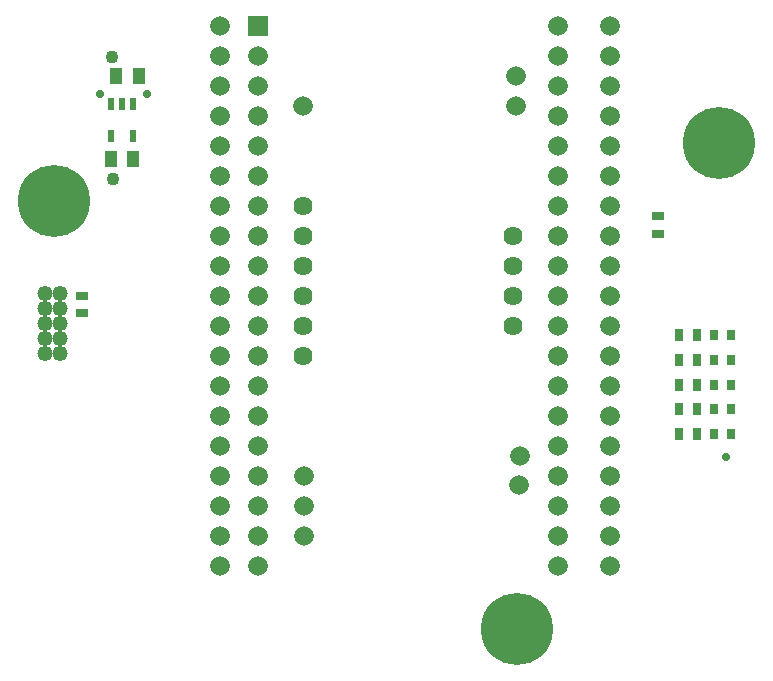
<source format=gts>
G04*
G04 #@! TF.GenerationSoftware,Altium Limited,Altium Designer,21.2.0 (30)*
G04*
G04 Layer_Color=8388736*
%FSLAX44Y44*%
%MOMM*%
G71*
G04*
G04 #@! TF.SameCoordinates,FC8C7DE9-18AC-4A15-B1D3-151ED5954E14*
G04*
G04*
G04 #@! TF.FilePolarity,Negative*
G04*
G01*
G75*
%ADD17R,0.5080X0.9977*%
%ADD19C,0.0000*%
%ADD20R,1.0000X0.7000*%
%ADD21R,0.7000X0.9000*%
%ADD22R,0.7000X1.0000*%
%ADD23R,1.0000X1.4000*%
%ADD24C,1.6600*%
%ADD25C,1.6240*%
%ADD26R,1.6600X1.6600*%
%ADD27C,1.2430*%
%ADD28C,6.1000*%
%ADD29C,1.1000*%
%ADD30C,0.7000*%
D17*
X741680Y1135725D02*
D03*
X722680D02*
D03*
Y1163229D02*
D03*
X732180D02*
D03*
X741680D02*
D03*
D19*
X673270Y951850D02*
G03*
X673270Y951850I-6220J0D01*
G01*
X685971D02*
G03*
X685971Y951850I-6220J0D01*
G01*
X673270Y964550D02*
G03*
X673270Y964550I-6220J0D01*
G01*
X685971D02*
G03*
X685971Y964550I-6220J0D01*
G01*
X673270Y977250D02*
G03*
X673270Y977250I-6220J0D01*
G01*
X685971D02*
G03*
X685971Y977250I-6220J0D01*
G01*
X673270Y989950D02*
G03*
X673270Y989950I-6220J0D01*
G01*
X685971D02*
G03*
X685971Y989950I-6220J0D01*
G01*
X673270Y1002650D02*
G03*
X673270Y1002650I-6220J0D01*
G01*
X685971D02*
G03*
X685971Y1002650I-6220J0D01*
G01*
D20*
X1186180Y1067950D02*
D03*
Y1052950D02*
D03*
X698000Y1000750D02*
D03*
Y985750D02*
D03*
D21*
X1247534Y925429D02*
D03*
X1233034D02*
D03*
X1247534Y946300D02*
D03*
X1233034D02*
D03*
X1247534Y883687D02*
D03*
X1233034D02*
D03*
X1247534Y904558D02*
D03*
X1233034D02*
D03*
X1247534Y967170D02*
D03*
X1233034D02*
D03*
D22*
X1204000Y967240D02*
D03*
X1219000D02*
D03*
X1204000Y883757D02*
D03*
X1219000D02*
D03*
X1204000Y904628D02*
D03*
X1219000D02*
D03*
X1204000Y946369D02*
D03*
X1219000D02*
D03*
X1204000Y925499D02*
D03*
X1219000D02*
D03*
D23*
X741680Y1116345D02*
D03*
X722680D02*
D03*
X727500Y1187000D02*
D03*
X746500D02*
D03*
D24*
X886460Y797560D02*
D03*
Y822960D02*
D03*
Y848360D02*
D03*
X815218Y772160D02*
D03*
Y797560D02*
D03*
X1145417Y772160D02*
D03*
X815218Y822960D02*
D03*
X1145417Y797560D02*
D03*
X815218Y848360D02*
D03*
X1145417Y822960D02*
D03*
X815218Y873760D02*
D03*
X1145417Y848360D02*
D03*
X815218Y899160D02*
D03*
X1145417Y873760D02*
D03*
X815218Y924560D02*
D03*
X1145417Y899160D02*
D03*
X815218Y949960D02*
D03*
X1145417Y924560D02*
D03*
X815218Y975360D02*
D03*
X1145417Y949960D02*
D03*
X815218Y1000760D02*
D03*
X1145417Y975360D02*
D03*
X815218Y1026160D02*
D03*
X1145417Y1000760D02*
D03*
X815218Y1051560D02*
D03*
X1145417Y1026160D02*
D03*
X815218Y1076960D02*
D03*
X1145417Y1051560D02*
D03*
X815218Y1102360D02*
D03*
X1145417Y1076960D02*
D03*
X815218Y1127760D02*
D03*
X1145417Y1102360D02*
D03*
X815218Y1153160D02*
D03*
X1145417Y1127760D02*
D03*
X815218Y1178560D02*
D03*
X1145417Y1153160D02*
D03*
X815218Y1203960D02*
D03*
X1145417Y1178560D02*
D03*
X815218Y1229360D02*
D03*
X1145417D02*
D03*
Y1203960D02*
D03*
X1101490Y1076960D02*
D03*
Y1229360D02*
D03*
X847490Y822960D02*
D03*
Y848360D02*
D03*
Y873760D02*
D03*
Y899160D02*
D03*
Y924560D02*
D03*
Y949960D02*
D03*
Y975360D02*
D03*
Y772160D02*
D03*
Y797560D02*
D03*
X1101490Y772160D02*
D03*
Y797560D02*
D03*
Y822960D02*
D03*
Y848360D02*
D03*
Y873760D02*
D03*
Y899160D02*
D03*
Y924560D02*
D03*
Y949960D02*
D03*
X847490Y1000760D02*
D03*
X1101490Y975360D02*
D03*
X847490Y1026160D02*
D03*
X1101490Y1000760D02*
D03*
X847490Y1051560D02*
D03*
X1101490Y1026160D02*
D03*
X847490Y1076960D02*
D03*
X1101490Y1051560D02*
D03*
X847490Y1102360D02*
D03*
Y1127760D02*
D03*
X1101490Y1102360D02*
D03*
X847490Y1153160D02*
D03*
X1101490Y1127760D02*
D03*
X847490Y1178560D02*
D03*
X1101490Y1153160D02*
D03*
X847490Y1203960D02*
D03*
X1101490Y1178560D02*
D03*
Y1203960D02*
D03*
X1068070Y840740D02*
D03*
X1069340Y864870D02*
D03*
X885480Y1161380D02*
D03*
X1065820D02*
D03*
Y1186780D02*
D03*
D25*
X885590Y1026160D02*
D03*
Y1076960D02*
D03*
X1063390Y1051560D02*
D03*
Y1026160D02*
D03*
X885590Y1051560D02*
D03*
X1063390Y1000760D02*
D03*
Y975360D02*
D03*
X885590Y949960D02*
D03*
Y975360D02*
D03*
Y1000760D02*
D03*
D26*
X847490Y1229360D02*
D03*
D27*
X667050Y1002650D02*
D03*
Y951850D02*
D03*
X679750D02*
D03*
X667050Y964550D02*
D03*
X679750D02*
D03*
X667050Y977250D02*
D03*
X679750D02*
D03*
X667050Y989950D02*
D03*
X679750D02*
D03*
Y1002650D02*
D03*
D28*
X675000Y1081250D02*
D03*
X1237250Y1129750D02*
D03*
X1066800Y718820D02*
D03*
D29*
X724250Y1099250D02*
D03*
X724000Y1202500D02*
D03*
D30*
X713500Y1171250D02*
D03*
X753500Y1171750D02*
D03*
X1243179Y864084D02*
D03*
M02*

</source>
